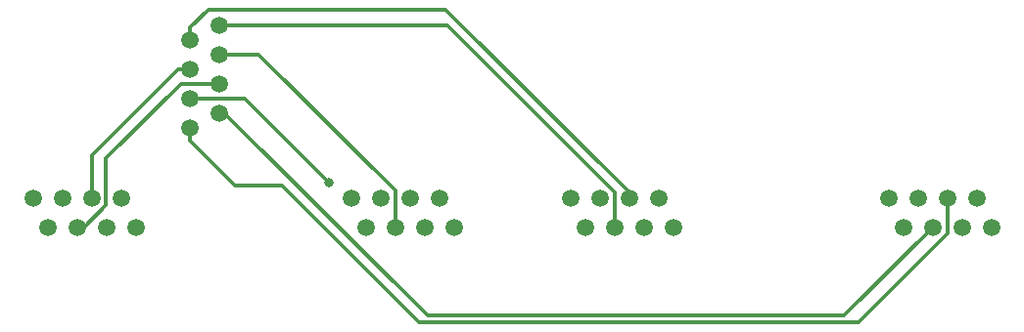
<source format=gbr>
%TF.GenerationSoftware,KiCad,Pcbnew,(6.0.11)*%
%TF.CreationDate,2024-03-01T18:21:46+00:00*%
%TF.ProjectId,BT66B_RJ45_JB,42543636-425f-4524-9a34-355f4a422e6b,rev?*%
%TF.SameCoordinates,Original*%
%TF.FileFunction,Copper,L2,Bot*%
%TF.FilePolarity,Positive*%
%FSLAX46Y46*%
G04 Gerber Fmt 4.6, Leading zero omitted, Abs format (unit mm)*
G04 Created by KiCad (PCBNEW (6.0.11)) date 2024-03-01 18:21:46*
%MOMM*%
%LPD*%
G01*
G04 APERTURE LIST*
%TA.AperFunction,ComponentPad*%
%ADD10C,1.500000*%
%TD*%
%TA.AperFunction,ViaPad*%
%ADD11C,0.800000*%
%TD*%
%TA.AperFunction,Conductor*%
%ADD12C,0.300000*%
%TD*%
G04 APERTURE END LIST*
D10*
%TO.P,J1,1*%
%TO.N,unconnected-(J1-Pad1)*%
X110805000Y-101440000D03*
%TO.P,J1,2*%
%TO.N,unconnected-(J1-Pad2)*%
X109535000Y-98900000D03*
%TO.P,J1,3*%
%TO.N,unconnected-(J1-Pad3)*%
X108265000Y-101440000D03*
%TO.P,J1,4*%
%TO.N,/L1-*%
X106995000Y-98900000D03*
%TO.P,J1,5*%
%TO.N,/L1+*%
X105725000Y-101440000D03*
%TO.P,J1,6*%
%TO.N,unconnected-(J1-Pad6)*%
X104455000Y-98900000D03*
%TO.P,J1,7*%
%TO.N,unconnected-(J1-Pad7)*%
X103185000Y-101440000D03*
%TO.P,J1,8*%
%TO.N,unconnected-(J1-Pad8)*%
X101915000Y-98900000D03*
%TD*%
%TO.P,J5,1*%
%TO.N,/L3+*%
X118038000Y-83931000D03*
%TO.P,J5,2*%
%TO.N,/L3-*%
X115498000Y-85201000D03*
%TO.P,J5,3*%
%TO.N,/L2+*%
X118038000Y-86471000D03*
%TO.P,J5,4*%
%TO.N,/L1-*%
X115498000Y-87741000D03*
%TO.P,J5,5*%
%TO.N,/L1+*%
X118038000Y-89011000D03*
%TO.P,J5,6*%
%TO.N,/L2-*%
X115498000Y-90281000D03*
%TO.P,J5,7*%
%TO.N,/L4+*%
X118038000Y-91551000D03*
%TO.P,J5,8*%
%TO.N,/L4-*%
X115498000Y-92821000D03*
%TD*%
%TO.P,J3,1*%
%TO.N,unconnected-(J3-Pad1)*%
X157305000Y-101440000D03*
%TO.P,J3,2*%
%TO.N,unconnected-(J3-Pad2)*%
X156035000Y-98900000D03*
%TO.P,J3,3*%
%TO.N,unconnected-(J3-Pad3)*%
X154765000Y-101440000D03*
%TO.P,J3,4*%
%TO.N,/L3-*%
X153495000Y-98900000D03*
%TO.P,J3,5*%
%TO.N,/L3+*%
X152225000Y-101440000D03*
%TO.P,J3,6*%
%TO.N,unconnected-(J3-Pad6)*%
X150955000Y-98900000D03*
%TO.P,J3,7*%
%TO.N,unconnected-(J3-Pad7)*%
X149685000Y-101440000D03*
%TO.P,J3,8*%
%TO.N,unconnected-(J3-Pad8)*%
X148415000Y-98900000D03*
%TD*%
%TO.P,J4,1*%
%TO.N,unconnected-(J4-Pad1)*%
X184805000Y-101440000D03*
%TO.P,J4,2*%
%TO.N,unconnected-(J4-Pad2)*%
X183535000Y-98900000D03*
%TO.P,J4,3*%
%TO.N,unconnected-(J4-Pad3)*%
X182265000Y-101440000D03*
%TO.P,J4,4*%
%TO.N,/L4-*%
X180995000Y-98900000D03*
%TO.P,J4,5*%
%TO.N,/L4+*%
X179725000Y-101440000D03*
%TO.P,J4,6*%
%TO.N,unconnected-(J4-Pad6)*%
X178455000Y-98900000D03*
%TO.P,J4,7*%
%TO.N,unconnected-(J4-Pad7)*%
X177185000Y-101440000D03*
%TO.P,J4,8*%
%TO.N,unconnected-(J4-Pad8)*%
X175915000Y-98900000D03*
%TD*%
%TO.P,J2,1*%
%TO.N,unconnected-(J2-Pad1)*%
X138305000Y-101440000D03*
%TO.P,J2,2*%
%TO.N,unconnected-(J2-Pad2)*%
X137035000Y-98900000D03*
%TO.P,J2,3*%
%TO.N,unconnected-(J2-Pad3)*%
X135765000Y-101440000D03*
%TO.P,J2,4*%
%TO.N,/L2-*%
X134495000Y-98900000D03*
%TO.P,J2,5*%
%TO.N,/L2+*%
X133225000Y-101440000D03*
%TO.P,J2,6*%
%TO.N,unconnected-(J2-Pad6)*%
X131955000Y-98900000D03*
%TO.P,J2,7*%
%TO.N,unconnected-(J2-Pad7)*%
X130685000Y-101440000D03*
%TO.P,J2,8*%
%TO.N,unconnected-(J2-Pad8)*%
X129415000Y-98900000D03*
%TD*%
D11*
%TO.N,/L2-*%
X127508000Y-97536000D03*
%TD*%
D12*
%TO.N,/L1-*%
X114437340Y-87741000D02*
X106995000Y-95183340D01*
X115498000Y-87741000D02*
X114437340Y-87741000D01*
X106995000Y-95183340D02*
X106995000Y-98900000D01*
%TO.N,/L1+*%
X108240000Y-95468000D02*
X108240000Y-99550000D01*
X118038000Y-89011000D02*
X114697000Y-89011000D01*
X114697000Y-89011000D02*
X108240000Y-95468000D01*
X108240000Y-99550000D02*
X106350000Y-101440000D01*
X106350000Y-101440000D02*
X105725000Y-101440000D01*
%TO.N,/L2-*%
X120253000Y-90281000D02*
X127508000Y-97536000D01*
X115498000Y-90281000D02*
X120253000Y-90281000D01*
%TO.N,/L2+*%
X133225000Y-101440000D02*
X133225000Y-98255000D01*
X133225000Y-98255000D02*
X121441000Y-86471000D01*
X121441000Y-86471000D02*
X118038000Y-86471000D01*
%TO.N,/L3-*%
X115498000Y-84140340D02*
X115498000Y-85201000D01*
X117088340Y-82550000D02*
X115498000Y-84140340D01*
X137600000Y-82550000D02*
X117088340Y-82550000D01*
X153495000Y-98900000D02*
X153495000Y-98445000D01*
X153495000Y-98445000D02*
X137600000Y-82550000D01*
%TO.N,/L3+*%
X152225000Y-101440000D02*
X152225000Y-98368682D01*
X137787318Y-83931000D02*
X118038000Y-83931000D01*
X152225000Y-98368682D02*
X137787318Y-83931000D01*
%TO.N,/L4-*%
X180995000Y-101961000D02*
X173276000Y-109680000D01*
X119406340Y-97790000D02*
X115498000Y-93881660D01*
X173276000Y-109680000D02*
X135334000Y-109680000D01*
X123444000Y-97790000D02*
X119406340Y-97790000D01*
X180995000Y-98900000D02*
X180995000Y-101961000D01*
X115498000Y-93881660D02*
X115498000Y-92821000D01*
X135334000Y-109680000D02*
X123444000Y-97790000D01*
%TO.N,/L4+*%
X172065000Y-109100000D02*
X136025683Y-109100000D01*
X118476683Y-91551000D02*
X118038000Y-91551000D01*
X136025683Y-109100000D02*
X118476683Y-91551000D01*
X179725000Y-101440000D02*
X172065000Y-109100000D01*
%TD*%
M02*

</source>
